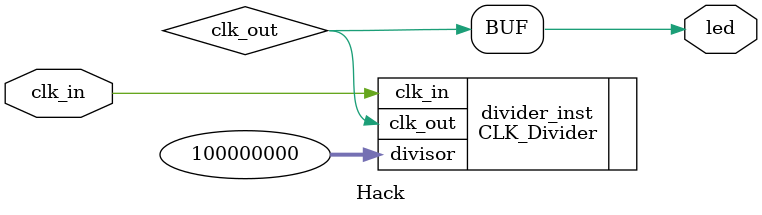
<source format=v>
`include "../../modules/Nand.v"
`include "../../modules/Not.v"
`include "../../modules/And.v"
`include "../../modules/Or.v"
`include "../../modules/CLK_Divider.v"
/** 
 * The module hack is our top-level module
 * It connects the external pins of our fpga (Hack.pcf)
 * to the internal components (cpu,mem,clk,rst,rom)
 *
 */

`default_nettype none

module Hack(                        // top level module
    input wire clk_in,
    output reg led
);

    wire clk_out;
    // Divide the input clock frequency by 100 million to get a count every second
    CLK_Divider divider_inst (
        .clk_in(clk_in),
        .divisor(100000000),
        .clk_out(clk_out)
    );

    // Set the output of the pin to always be high
    always @(*) begin
        led = clk_out;
    end
endmodule

</source>
